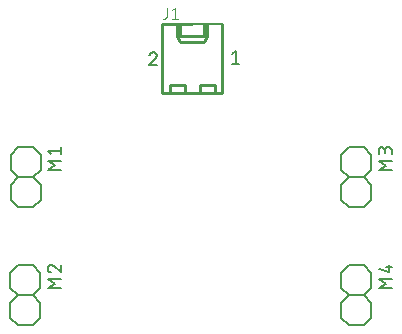
<source format=gbr>
G04 EAGLE Gerber RS-274X export*
G75*
%MOMM*%
%FSLAX34Y34*%
%LPD*%
%INSilkscreen Top*%
%IPPOS*%
%AMOC8*
5,1,8,0,0,1.08239X$1,22.5*%
G01*
%ADD10C,0.152400*%
%ADD11C,0.127000*%
%ADD12C,0.254000*%
%ADD13C,0.177800*%
%ADD14C,0.101600*%


D10*
X76643Y251577D02*
X76643Y238877D01*
X70293Y232527D01*
X57593Y232527D01*
X51243Y238877D01*
X57593Y257927D02*
X70293Y257927D01*
X76643Y251577D01*
X57593Y257927D02*
X51243Y251577D01*
X51243Y238877D01*
X70293Y232527D02*
X76643Y226177D01*
X76643Y213477D01*
X70293Y207127D01*
X57593Y207127D01*
X51243Y213477D01*
X51243Y226177D01*
X57593Y232527D01*
D11*
X82866Y238496D02*
X94296Y238496D01*
X89216Y242306D02*
X82866Y238496D01*
X89216Y242306D02*
X82866Y246116D01*
X94296Y246116D01*
X85406Y251704D02*
X82866Y254879D01*
X94296Y254879D01*
X94296Y251704D02*
X94296Y258054D01*
D10*
X76538Y151600D02*
X76538Y138900D01*
X70188Y132550D01*
X57488Y132550D01*
X51138Y138900D01*
X57488Y157950D02*
X70188Y157950D01*
X76538Y151600D01*
X57488Y157950D02*
X51138Y151600D01*
X51138Y138900D01*
X70188Y132550D02*
X76538Y126200D01*
X76538Y113500D01*
X70188Y107150D01*
X57488Y107150D01*
X51138Y113500D01*
X51138Y126200D01*
X57488Y132550D01*
D11*
X82761Y138519D02*
X94191Y138519D01*
X89111Y142329D02*
X82761Y138519D01*
X89111Y142329D02*
X82761Y146139D01*
X94191Y146139D01*
X82760Y155219D02*
X82762Y155323D01*
X82768Y155428D01*
X82777Y155532D01*
X82790Y155635D01*
X82808Y155738D01*
X82828Y155840D01*
X82853Y155942D01*
X82881Y156042D01*
X82913Y156142D01*
X82949Y156240D01*
X82988Y156337D01*
X83030Y156432D01*
X83076Y156526D01*
X83126Y156618D01*
X83178Y156708D01*
X83234Y156796D01*
X83294Y156882D01*
X83356Y156966D01*
X83421Y157047D01*
X83489Y157126D01*
X83561Y157203D01*
X83634Y157276D01*
X83711Y157348D01*
X83790Y157416D01*
X83871Y157481D01*
X83955Y157543D01*
X84041Y157603D01*
X84129Y157659D01*
X84219Y157711D01*
X84311Y157761D01*
X84405Y157807D01*
X84500Y157849D01*
X84597Y157888D01*
X84695Y157924D01*
X84795Y157956D01*
X84895Y157984D01*
X84997Y158009D01*
X85099Y158029D01*
X85202Y158047D01*
X85305Y158060D01*
X85409Y158069D01*
X85514Y158075D01*
X85618Y158077D01*
X82761Y155219D02*
X82763Y155101D01*
X82769Y154982D01*
X82778Y154864D01*
X82791Y154747D01*
X82809Y154630D01*
X82829Y154513D01*
X82854Y154397D01*
X82882Y154282D01*
X82915Y154169D01*
X82950Y154056D01*
X82990Y153944D01*
X83032Y153834D01*
X83079Y153725D01*
X83129Y153617D01*
X83182Y153512D01*
X83239Y153408D01*
X83299Y153306D01*
X83362Y153206D01*
X83429Y153108D01*
X83498Y153012D01*
X83571Y152919D01*
X83647Y152828D01*
X83725Y152739D01*
X83807Y152653D01*
X83891Y152570D01*
X83977Y152489D01*
X84067Y152412D01*
X84158Y152337D01*
X84252Y152265D01*
X84349Y152196D01*
X84447Y152131D01*
X84548Y152068D01*
X84651Y152009D01*
X84755Y151953D01*
X84861Y151901D01*
X84969Y151852D01*
X85078Y151807D01*
X85189Y151765D01*
X85301Y151727D01*
X87840Y157124D02*
X87765Y157200D01*
X87686Y157275D01*
X87605Y157346D01*
X87521Y157415D01*
X87435Y157480D01*
X87347Y157542D01*
X87257Y157602D01*
X87165Y157658D01*
X87070Y157711D01*
X86974Y157760D01*
X86876Y157806D01*
X86777Y157849D01*
X86676Y157888D01*
X86574Y157923D01*
X86471Y157955D01*
X86367Y157983D01*
X86262Y158008D01*
X86155Y158029D01*
X86049Y158046D01*
X85942Y158059D01*
X85834Y158068D01*
X85726Y158074D01*
X85618Y158076D01*
X87841Y157124D02*
X94191Y151727D01*
X94191Y158077D01*
D10*
X356547Y238869D02*
X356547Y251569D01*
X356547Y238869D02*
X350197Y232519D01*
X337497Y232519D01*
X331147Y238869D01*
X337497Y257919D02*
X350197Y257919D01*
X356547Y251569D01*
X337497Y257919D02*
X331147Y251569D01*
X331147Y238869D01*
X350197Y232519D02*
X356547Y226169D01*
X356547Y213469D01*
X350197Y207119D01*
X337497Y207119D01*
X331147Y213469D01*
X331147Y226169D01*
X337497Y232519D01*
D11*
X362770Y238488D02*
X374200Y238488D01*
X369120Y242298D02*
X362770Y238488D01*
X369120Y242298D02*
X362770Y246108D01*
X374200Y246108D01*
X374200Y251696D02*
X374200Y254871D01*
X374198Y254982D01*
X374192Y255092D01*
X374183Y255203D01*
X374169Y255313D01*
X374152Y255422D01*
X374131Y255531D01*
X374106Y255639D01*
X374077Y255746D01*
X374045Y255852D01*
X374009Y255957D01*
X373969Y256060D01*
X373926Y256162D01*
X373879Y256263D01*
X373828Y256362D01*
X373775Y256459D01*
X373718Y256553D01*
X373657Y256646D01*
X373594Y256737D01*
X373527Y256826D01*
X373457Y256912D01*
X373384Y256995D01*
X373309Y257077D01*
X373231Y257155D01*
X373149Y257230D01*
X373066Y257303D01*
X372980Y257373D01*
X372891Y257440D01*
X372800Y257503D01*
X372707Y257564D01*
X372613Y257621D01*
X372516Y257674D01*
X372417Y257725D01*
X372316Y257772D01*
X372214Y257815D01*
X372111Y257855D01*
X372006Y257891D01*
X371900Y257923D01*
X371793Y257952D01*
X371685Y257977D01*
X371576Y257998D01*
X371467Y258015D01*
X371357Y258029D01*
X371246Y258038D01*
X371136Y258044D01*
X371025Y258046D01*
X370914Y258044D01*
X370804Y258038D01*
X370693Y258029D01*
X370583Y258015D01*
X370474Y257998D01*
X370365Y257977D01*
X370257Y257952D01*
X370150Y257923D01*
X370044Y257891D01*
X369939Y257855D01*
X369836Y257815D01*
X369734Y257772D01*
X369633Y257725D01*
X369534Y257674D01*
X369438Y257621D01*
X369343Y257564D01*
X369250Y257503D01*
X369159Y257440D01*
X369070Y257373D01*
X368984Y257303D01*
X368901Y257230D01*
X368819Y257155D01*
X368741Y257077D01*
X368666Y256995D01*
X368593Y256912D01*
X368523Y256826D01*
X368456Y256737D01*
X368393Y256646D01*
X368332Y256553D01*
X368275Y256459D01*
X368222Y256362D01*
X368171Y256263D01*
X368124Y256162D01*
X368081Y256060D01*
X368041Y255957D01*
X368005Y255852D01*
X367973Y255746D01*
X367944Y255639D01*
X367919Y255531D01*
X367898Y255422D01*
X367881Y255313D01*
X367867Y255203D01*
X367858Y255092D01*
X367852Y254982D01*
X367850Y254871D01*
X362770Y255506D02*
X362770Y251696D01*
X362770Y255506D02*
X362772Y255606D01*
X362778Y255705D01*
X362788Y255805D01*
X362801Y255903D01*
X362819Y256002D01*
X362840Y256099D01*
X362865Y256195D01*
X362894Y256291D01*
X362927Y256385D01*
X362963Y256478D01*
X363003Y256569D01*
X363047Y256659D01*
X363094Y256747D01*
X363144Y256833D01*
X363198Y256917D01*
X363255Y256999D01*
X363315Y257078D01*
X363379Y257156D01*
X363445Y257230D01*
X363514Y257302D01*
X363586Y257371D01*
X363660Y257437D01*
X363738Y257501D01*
X363817Y257561D01*
X363899Y257618D01*
X363983Y257672D01*
X364069Y257722D01*
X364157Y257769D01*
X364247Y257813D01*
X364338Y257853D01*
X364431Y257889D01*
X364525Y257922D01*
X364621Y257951D01*
X364717Y257976D01*
X364814Y257997D01*
X364913Y258015D01*
X365011Y258028D01*
X365111Y258038D01*
X365210Y258044D01*
X365310Y258046D01*
X365410Y258044D01*
X365509Y258038D01*
X365609Y258028D01*
X365707Y258015D01*
X365806Y257997D01*
X365903Y257976D01*
X365999Y257951D01*
X366095Y257922D01*
X366189Y257889D01*
X366282Y257853D01*
X366373Y257813D01*
X366463Y257769D01*
X366551Y257722D01*
X366637Y257672D01*
X366721Y257618D01*
X366803Y257561D01*
X366882Y257501D01*
X366960Y257437D01*
X367034Y257371D01*
X367106Y257302D01*
X367175Y257230D01*
X367241Y257156D01*
X367305Y257078D01*
X367365Y256999D01*
X367422Y256917D01*
X367476Y256833D01*
X367526Y256747D01*
X367573Y256659D01*
X367617Y256569D01*
X367657Y256478D01*
X367693Y256385D01*
X367726Y256291D01*
X367755Y256195D01*
X367780Y256099D01*
X367801Y256002D01*
X367819Y255903D01*
X367832Y255805D01*
X367842Y255705D01*
X367848Y255606D01*
X367850Y255506D01*
X367850Y252966D01*
D10*
X356625Y151602D02*
X356625Y138902D01*
X350275Y132552D01*
X337575Y132552D01*
X331225Y138902D01*
X337575Y157952D02*
X350275Y157952D01*
X356625Y151602D01*
X337575Y157952D02*
X331225Y151602D01*
X331225Y138902D01*
X350275Y132552D02*
X356625Y126202D01*
X356625Y113502D01*
X350275Y107152D01*
X337575Y107152D01*
X331225Y113502D01*
X331225Y126202D01*
X337575Y132552D01*
D11*
X362848Y138521D02*
X374278Y138521D01*
X369198Y142331D02*
X362848Y138521D01*
X369198Y142331D02*
X362848Y146141D01*
X374278Y146141D01*
X371738Y151729D02*
X362848Y154269D01*
X371738Y151729D02*
X371738Y158079D01*
X369198Y156174D02*
X374278Y156174D01*
X192300Y358690D02*
X192300Y362500D01*
D12*
X179600Y362500D02*
X179600Y333290D01*
X179600Y362500D02*
X192300Y362500D01*
D11*
X194840Y362500D01*
D12*
X192300Y362500D02*
X205000Y362500D01*
X230400Y362500D02*
X230400Y333290D01*
D11*
X230400Y362500D02*
X205000Y362500D01*
D12*
X179600Y333290D02*
X179600Y304080D01*
X205000Y304080D01*
X230400Y304080D02*
X230400Y333290D01*
D11*
X230400Y304080D02*
X224050Y304080D01*
D12*
X211350Y304080D01*
D11*
X205000Y304080D01*
X185950Y304080D02*
X182140Y304080D01*
D12*
X179600Y304080D02*
X185950Y304080D01*
X185950Y310430D01*
X198650Y310430D01*
X198650Y304080D01*
X211350Y304080D01*
X211350Y310430D01*
X224050Y310430D01*
X224050Y304080D01*
X230400Y304080D01*
X192300Y352340D02*
X192300Y362500D01*
X192300Y352340D02*
X194840Y352340D01*
X215160Y352340D01*
X217700Y352340D01*
X217700Y362500D01*
X192300Y352340D02*
X194840Y347260D01*
X194840Y352340D02*
X194840Y362500D01*
X194840Y347260D02*
X215160Y347260D01*
X217700Y352340D01*
X215160Y352340D02*
X215160Y362500D01*
D13*
X238640Y336563D02*
X241674Y338990D01*
X241674Y328068D01*
X238640Y328068D02*
X244708Y328068D01*
X174858Y335497D02*
X174856Y335599D01*
X174850Y335701D01*
X174841Y335803D01*
X174827Y335904D01*
X174810Y336005D01*
X174790Y336105D01*
X174765Y336204D01*
X174737Y336302D01*
X174705Y336399D01*
X174669Y336495D01*
X174630Y336589D01*
X174588Y336682D01*
X174542Y336773D01*
X174492Y336863D01*
X174439Y336950D01*
X174383Y337035D01*
X174324Y337119D01*
X174262Y337200D01*
X174197Y337278D01*
X174129Y337355D01*
X174058Y337428D01*
X173985Y337499D01*
X173908Y337567D01*
X173830Y337632D01*
X173749Y337694D01*
X173665Y337753D01*
X173580Y337809D01*
X173493Y337862D01*
X173403Y337912D01*
X173312Y337958D01*
X173219Y338000D01*
X173125Y338039D01*
X173029Y338075D01*
X172932Y338107D01*
X172834Y338135D01*
X172735Y338160D01*
X172635Y338180D01*
X172534Y338197D01*
X172433Y338211D01*
X172331Y338220D01*
X172229Y338226D01*
X172127Y338228D01*
X172011Y338226D01*
X171895Y338220D01*
X171779Y338211D01*
X171664Y338197D01*
X171549Y338180D01*
X171435Y338159D01*
X171322Y338134D01*
X171209Y338106D01*
X171098Y338074D01*
X170987Y338038D01*
X170878Y337998D01*
X170770Y337955D01*
X170664Y337908D01*
X170559Y337858D01*
X170456Y337805D01*
X170355Y337748D01*
X170256Y337687D01*
X170159Y337624D01*
X170064Y337557D01*
X169971Y337487D01*
X169881Y337414D01*
X169793Y337339D01*
X169707Y337260D01*
X169625Y337178D01*
X169545Y337094D01*
X169467Y337008D01*
X169393Y336918D01*
X169322Y336827D01*
X169254Y336733D01*
X169189Y336636D01*
X169127Y336538D01*
X169068Y336438D01*
X169013Y336336D01*
X168961Y336232D01*
X168913Y336126D01*
X168868Y336019D01*
X168827Y335911D01*
X168790Y335801D01*
X173948Y333373D02*
X174021Y333446D01*
X174092Y333521D01*
X174160Y333598D01*
X174226Y333678D01*
X174288Y333760D01*
X174348Y333844D01*
X174405Y333931D01*
X174458Y334019D01*
X174509Y334109D01*
X174556Y334201D01*
X174600Y334294D01*
X174641Y334389D01*
X174678Y334486D01*
X174712Y334583D01*
X174742Y334682D01*
X174769Y334781D01*
X174793Y334882D01*
X174813Y334983D01*
X174829Y335085D01*
X174842Y335188D01*
X174851Y335291D01*
X174856Y335394D01*
X174858Y335497D01*
X173948Y333374D02*
X168790Y327306D01*
X174858Y327306D01*
D14*
X183425Y368581D02*
X183425Y375693D01*
X183425Y368581D02*
X183423Y368492D01*
X183417Y368404D01*
X183408Y368316D01*
X183394Y368228D01*
X183377Y368141D01*
X183356Y368055D01*
X183331Y367970D01*
X183302Y367886D01*
X183270Y367803D01*
X183235Y367722D01*
X183195Y367643D01*
X183153Y367565D01*
X183107Y367489D01*
X183058Y367415D01*
X183005Y367344D01*
X182950Y367275D01*
X182891Y367208D01*
X182830Y367144D01*
X182766Y367083D01*
X182699Y367024D01*
X182630Y366969D01*
X182559Y366916D01*
X182485Y366867D01*
X182409Y366821D01*
X182331Y366779D01*
X182252Y366739D01*
X182171Y366704D01*
X182088Y366672D01*
X182004Y366643D01*
X181919Y366618D01*
X181833Y366597D01*
X181746Y366580D01*
X181658Y366566D01*
X181570Y366557D01*
X181482Y366551D01*
X181393Y366549D01*
X180377Y366549D01*
X187752Y373661D02*
X190292Y375693D01*
X190292Y366549D01*
X187752Y366549D02*
X192832Y366549D01*
M02*

</source>
